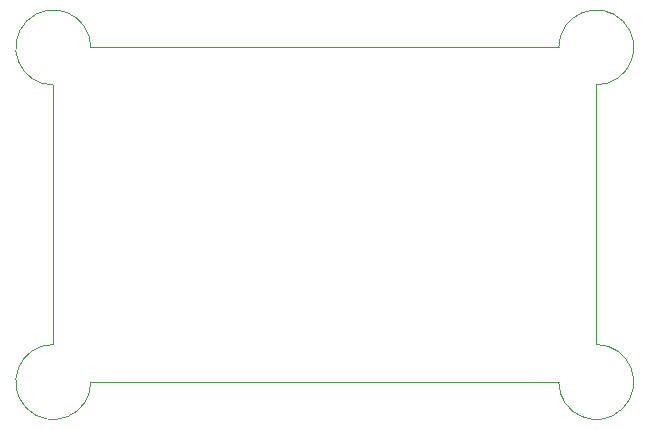
<source format=gm1>
%TF.GenerationSoftware,KiCad,Pcbnew,9.0.4*%
%TF.CreationDate,2025-09-27T02:37:13+08:00*%
%TF.ProjectId,KiCAD_Proj (MCU datalogger),4b694341-445f-4507-926f-6a20284d4355,rev?*%
%TF.SameCoordinates,Original*%
%TF.FileFunction,Profile,NP*%
%FSLAX46Y46*%
G04 Gerber Fmt 4.6, Leading zero omitted, Abs format (unit mm)*
G04 Created by KiCad (PCBNEW 9.0.4) date 2025-09-27 02:37:13*
%MOMM*%
%LPD*%
G01*
G04 APERTURE LIST*
%TA.AperFunction,Profile*%
%ADD10C,0.050000*%
%TD*%
G04 APERTURE END LIST*
D10*
X137414000Y-102489000D02*
X137414000Y-80518000D01*
X137414000Y-102489000D02*
G75*
G02*
X134239000Y-105664000I0J-3175000D01*
G01*
X94615000Y-105664000D02*
G75*
G02*
X91440000Y-102489000I-3175000J0D01*
G01*
X91440000Y-102489000D02*
X91440000Y-80518000D01*
X91440000Y-80518000D02*
G75*
G02*
X94615000Y-77343000I0J3175000D01*
G01*
X134239000Y-77343000D02*
G75*
G02*
X137414000Y-80518000I3175000J0D01*
G01*
X134239000Y-105664000D02*
X94615000Y-105664000D01*
X94615000Y-77343000D02*
X134239000Y-77343000D01*
M02*

</source>
